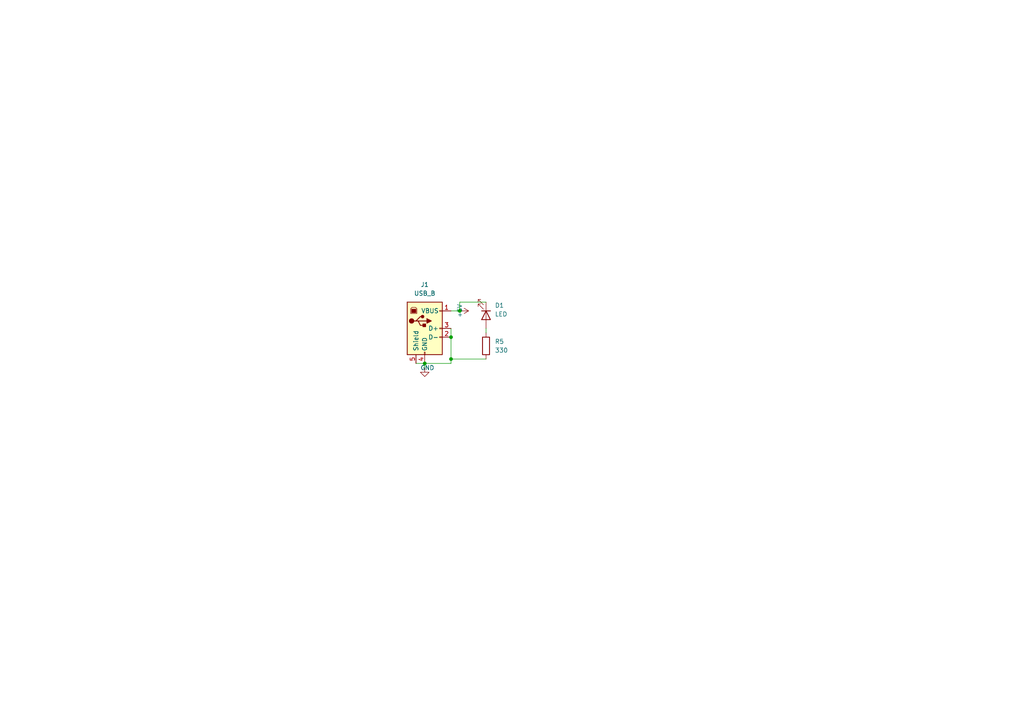
<source format=kicad_sch>
(kicad_sch (version 20211123) (generator eeschema)

  (uuid 87a54658-b61e-4ce5-9e81-34797593fd73)

  (paper "A4")

  (lib_symbols
    (symbol "Connector:USB_B" (pin_names (offset 1.016)) (in_bom yes) (on_board yes)
      (property "Reference" "J" (id 0) (at -5.08 11.43 0)
        (effects (font (size 1.27 1.27)) (justify left))
      )
      (property "Value" "USB_B" (id 1) (at -5.08 8.89 0)
        (effects (font (size 1.27 1.27)) (justify left))
      )
      (property "Footprint" "" (id 2) (at 3.81 -1.27 0)
        (effects (font (size 1.27 1.27)) hide)
      )
      (property "Datasheet" " ~" (id 3) (at 3.81 -1.27 0)
        (effects (font (size 1.27 1.27)) hide)
      )
      (property "ki_keywords" "connector USB" (id 4) (at 0 0 0)
        (effects (font (size 1.27 1.27)) hide)
      )
      (property "ki_description" "USB Type B connector" (id 5) (at 0 0 0)
        (effects (font (size 1.27 1.27)) hide)
      )
      (property "ki_fp_filters" "USB*" (id 6) (at 0 0 0)
        (effects (font (size 1.27 1.27)) hide)
      )
      (symbol "USB_B_0_1"
        (rectangle (start -5.08 -7.62) (end 5.08 7.62)
          (stroke (width 0.254) (type default) (color 0 0 0 0))
          (fill (type background))
        )
        (circle (center -3.81 2.159) (radius 0.635)
          (stroke (width 0.254) (type default) (color 0 0 0 0))
          (fill (type outline))
        )
        (rectangle (start -3.81 5.588) (end -2.54 4.572)
          (stroke (width 0) (type default) (color 0 0 0 0))
          (fill (type outline))
        )
        (circle (center -0.635 3.429) (radius 0.381)
          (stroke (width 0.254) (type default) (color 0 0 0 0))
          (fill (type outline))
        )
        (rectangle (start -0.127 -7.62) (end 0.127 -6.858)
          (stroke (width 0) (type default) (color 0 0 0 0))
          (fill (type none))
        )
        (polyline
          (pts
            (xy -1.905 2.159)
            (xy 0.635 2.159)
          )
          (stroke (width 0.254) (type default) (color 0 0 0 0))
          (fill (type none))
        )
        (polyline
          (pts
            (xy -3.175 2.159)
            (xy -2.54 2.159)
            (xy -1.27 3.429)
            (xy -0.635 3.429)
          )
          (stroke (width 0.254) (type default) (color 0 0 0 0))
          (fill (type none))
        )
        (polyline
          (pts
            (xy -2.54 2.159)
            (xy -1.905 2.159)
            (xy -1.27 0.889)
            (xy 0 0.889)
          )
          (stroke (width 0.254) (type default) (color 0 0 0 0))
          (fill (type none))
        )
        (polyline
          (pts
            (xy 0.635 2.794)
            (xy 0.635 1.524)
            (xy 1.905 2.159)
            (xy 0.635 2.794)
          )
          (stroke (width 0.254) (type default) (color 0 0 0 0))
          (fill (type outline))
        )
        (polyline
          (pts
            (xy -4.064 4.318)
            (xy -2.286 4.318)
            (xy -2.286 5.715)
            (xy -2.667 6.096)
            (xy -3.683 6.096)
            (xy -4.064 5.715)
            (xy -4.064 4.318)
          )
          (stroke (width 0) (type default) (color 0 0 0 0))
          (fill (type none))
        )
        (rectangle (start 0.254 1.27) (end -0.508 0.508)
          (stroke (width 0.254) (type default) (color 0 0 0 0))
          (fill (type outline))
        )
        (rectangle (start 5.08 -2.667) (end 4.318 -2.413)
          (stroke (width 0) (type default) (color 0 0 0 0))
          (fill (type none))
        )
        (rectangle (start 5.08 -0.127) (end 4.318 0.127)
          (stroke (width 0) (type default) (color 0 0 0 0))
          (fill (type none))
        )
        (rectangle (start 5.08 4.953) (end 4.318 5.207)
          (stroke (width 0) (type default) (color 0 0 0 0))
          (fill (type none))
        )
      )
      (symbol "USB_B_1_1"
        (pin power_out line (at 7.62 5.08 180) (length 2.54)
          (name "VBUS" (effects (font (size 1.27 1.27))))
          (number "1" (effects (font (size 1.27 1.27))))
        )
        (pin bidirectional line (at 7.62 -2.54 180) (length 2.54)
          (name "D-" (effects (font (size 1.27 1.27))))
          (number "2" (effects (font (size 1.27 1.27))))
        )
        (pin bidirectional line (at 7.62 0 180) (length 2.54)
          (name "D+" (effects (font (size 1.27 1.27))))
          (number "3" (effects (font (size 1.27 1.27))))
        )
        (pin power_out line (at 0 -10.16 90) (length 2.54)
          (name "GND" (effects (font (size 1.27 1.27))))
          (number "4" (effects (font (size 1.27 1.27))))
        )
        (pin passive line (at -2.54 -10.16 90) (length 2.54)
          (name "Shield" (effects (font (size 1.27 1.27))))
          (number "5" (effects (font (size 1.27 1.27))))
        )
      )
    )
    (symbol "Device:LED" (pin_numbers hide) (pin_names (offset 1.016) hide) (in_bom yes) (on_board yes)
      (property "Reference" "D" (id 0) (at 0 2.54 0)
        (effects (font (size 1.27 1.27)))
      )
      (property "Value" "LED" (id 1) (at 0 -2.54 0)
        (effects (font (size 1.27 1.27)))
      )
      (property "Footprint" "" (id 2) (at 0 0 0)
        (effects (font (size 1.27 1.27)) hide)
      )
      (property "Datasheet" "~" (id 3) (at 0 0 0)
        (effects (font (size 1.27 1.27)) hide)
      )
      (property "ki_keywords" "LED diode" (id 4) (at 0 0 0)
        (effects (font (size 1.27 1.27)) hide)
      )
      (property "ki_description" "Light emitting diode" (id 5) (at 0 0 0)
        (effects (font (size 1.27 1.27)) hide)
      )
      (property "ki_fp_filters" "LED* LED_SMD:* LED_THT:*" (id 6) (at 0 0 0)
        (effects (font (size 1.27 1.27)) hide)
      )
      (symbol "LED_0_1"
        (polyline
          (pts
            (xy -1.27 -1.27)
            (xy -1.27 1.27)
          )
          (stroke (width 0.254) (type default) (color 0 0 0 0))
          (fill (type none))
        )
        (polyline
          (pts
            (xy -1.27 0)
            (xy 1.27 0)
          )
          (stroke (width 0) (type default) (color 0 0 0 0))
          (fill (type none))
        )
        (polyline
          (pts
            (xy 1.27 -1.27)
            (xy 1.27 1.27)
            (xy -1.27 0)
            (xy 1.27 -1.27)
          )
          (stroke (width 0.254) (type default) (color 0 0 0 0))
          (fill (type none))
        )
        (polyline
          (pts
            (xy -3.048 -0.762)
            (xy -4.572 -2.286)
            (xy -3.81 -2.286)
            (xy -4.572 -2.286)
            (xy -4.572 -1.524)
          )
          (stroke (width 0) (type default) (color 0 0 0 0))
          (fill (type none))
        )
        (polyline
          (pts
            (xy -1.778 -0.762)
            (xy -3.302 -2.286)
            (xy -2.54 -2.286)
            (xy -3.302 -2.286)
            (xy -3.302 -1.524)
          )
          (stroke (width 0) (type default) (color 0 0 0 0))
          (fill (type none))
        )
      )
      (symbol "LED_1_1"
        (pin passive line (at -3.81 0 0) (length 2.54)
          (name "K" (effects (font (size 1.27 1.27))))
          (number "1" (effects (font (size 1.27 1.27))))
        )
        (pin passive line (at 3.81 0 180) (length 2.54)
          (name "A" (effects (font (size 1.27 1.27))))
          (number "2" (effects (font (size 1.27 1.27))))
        )
      )
    )
    (symbol "Device:R" (pin_numbers hide) (pin_names (offset 0)) (in_bom yes) (on_board yes)
      (property "Reference" "R" (id 0) (at 2.032 0 90)
        (effects (font (size 1.27 1.27)))
      )
      (property "Value" "R" (id 1) (at 0 0 90)
        (effects (font (size 1.27 1.27)))
      )
      (property "Footprint" "" (id 2) (at -1.778 0 90)
        (effects (font (size 1.27 1.27)) hide)
      )
      (property "Datasheet" "~" (id 3) (at 0 0 0)
        (effects (font (size 1.27 1.27)) hide)
      )
      (property "ki_keywords" "R res resistor" (id 4) (at 0 0 0)
        (effects (font (size 1.27 1.27)) hide)
      )
      (property "ki_description" "Resistor" (id 5) (at 0 0 0)
        (effects (font (size 1.27 1.27)) hide)
      )
      (property "ki_fp_filters" "R_*" (id 6) (at 0 0 0)
        (effects (font (size 1.27 1.27)) hide)
      )
      (symbol "R_0_1"
        (rectangle (start -1.016 -2.54) (end 1.016 2.54)
          (stroke (width 0.254) (type default) (color 0 0 0 0))
          (fill (type none))
        )
      )
      (symbol "R_1_1"
        (pin passive line (at 0 3.81 270) (length 1.27)
          (name "~" (effects (font (size 1.27 1.27))))
          (number "1" (effects (font (size 1.27 1.27))))
        )
        (pin passive line (at 0 -3.81 90) (length 1.27)
          (name "~" (effects (font (size 1.27 1.27))))
          (number "2" (effects (font (size 1.27 1.27))))
        )
      )
    )
    (symbol "power:+5V" (power) (pin_names (offset 0)) (in_bom yes) (on_board yes)
      (property "Reference" "#PWR" (id 0) (at 0 -3.81 0)
        (effects (font (size 1.27 1.27)) hide)
      )
      (property "Value" "+5V" (id 1) (at 0 3.556 0)
        (effects (font (size 1.27 1.27)))
      )
      (property "Footprint" "" (id 2) (at 0 0 0)
        (effects (font (size 1.27 1.27)) hide)
      )
      (property "Datasheet" "" (id 3) (at 0 0 0)
        (effects (font (size 1.27 1.27)) hide)
      )
      (property "ki_keywords" "power-flag" (id 4) (at 0 0 0)
        (effects (font (size 1.27 1.27)) hide)
      )
      (property "ki_description" "Power symbol creates a global label with name \"+5V\"" (id 5) (at 0 0 0)
        (effects (font (size 1.27 1.27)) hide)
      )
      (symbol "+5V_0_1"
        (polyline
          (pts
            (xy -0.762 1.27)
            (xy 0 2.54)
          )
          (stroke (width 0) (type default) (color 0 0 0 0))
          (fill (type none))
        )
        (polyline
          (pts
            (xy 0 0)
            (xy 0 2.54)
          )
          (stroke (width 0) (type default) (color 0 0 0 0))
          (fill (type none))
        )
        (polyline
          (pts
            (xy 0 2.54)
            (xy 0.762 1.27)
          )
          (stroke (width 0) (type default) (color 0 0 0 0))
          (fill (type none))
        )
      )
      (symbol "+5V_1_1"
        (pin power_in line (at 0 0 90) (length 0) hide
          (name "+5V" (effects (font (size 1.27 1.27))))
          (number "1" (effects (font (size 1.27 1.27))))
        )
      )
    )
    (symbol "power:GND" (power) (pin_names (offset 0)) (in_bom yes) (on_board yes)
      (property "Reference" "#PWR" (id 0) (at 0 -6.35 0)
        (effects (font (size 1.27 1.27)) hide)
      )
      (property "Value" "GND" (id 1) (at 0 -3.81 0)
        (effects (font (size 1.27 1.27)))
      )
      (property "Footprint" "" (id 2) (at 0 0 0)
        (effects (font (size 1.27 1.27)) hide)
      )
      (property "Datasheet" "" (id 3) (at 0 0 0)
        (effects (font (size 1.27 1.27)) hide)
      )
      (property "ki_keywords" "power-flag" (id 4) (at 0 0 0)
        (effects (font (size 1.27 1.27)) hide)
      )
      (property "ki_description" "Power symbol creates a global label with name \"GND\" , ground" (id 5) (at 0 0 0)
        (effects (font (size 1.27 1.27)) hide)
      )
      (symbol "GND_0_1"
        (polyline
          (pts
            (xy 0 0)
            (xy 0 -1.27)
            (xy 1.27 -1.27)
            (xy 0 -2.54)
            (xy -1.27 -1.27)
            (xy 0 -1.27)
          )
          (stroke (width 0) (type default) (color 0 0 0 0))
          (fill (type none))
        )
      )
      (symbol "GND_1_1"
        (pin power_in line (at 0 0 270) (length 0) hide
          (name "GND" (effects (font (size 1.27 1.27))))
          (number "1" (effects (font (size 1.27 1.27))))
        )
      )
    )
  )

  (junction (at 130.81 104.14) (diameter 0) (color 0 0 0 0)
    (uuid 011529d1-d7a5-4e53-97fd-7a25f41a78a0)
  )
  (junction (at 123.19 105.41) (diameter 0) (color 0 0 0 0)
    (uuid 34e8d44f-9e03-46b5-8844-0640c6ac93b2)
  )
  (junction (at 130.81 97.79) (diameter 0) (color 0 0 0 0)
    (uuid 56c9de41-d6df-42a8-8625-3b0c5b5fc223)
  )
  (junction (at 133.35 90.17) (diameter 0) (color 0 0 0 0)
    (uuid 8efd8bf2-a8d7-40e9-9a4f-2592fcdd855d)
  )

  (wire (pts (xy 130.81 95.25) (xy 130.81 97.79))
    (stroke (width 0) (type default) (color 0 0 0 0))
    (uuid 0c937cfd-2913-4c26-8791-a63cb2fcb1a5)
  )
  (wire (pts (xy 130.81 97.79) (xy 130.81 104.14))
    (stroke (width 0) (type default) (color 0 0 0 0))
    (uuid 1347dff9-b35e-4e15-a815-02b2bceda8bc)
  )
  (wire (pts (xy 130.81 105.41) (xy 123.19 105.41))
    (stroke (width 0) (type default) (color 0 0 0 0))
    (uuid 45d16657-8ad1-47a7-9246-7e8f568a2a3b)
  )
  (wire (pts (xy 130.81 90.17) (xy 133.35 90.17))
    (stroke (width 0) (type default) (color 0 0 0 0))
    (uuid 480e80dd-845d-4bbd-81fc-e850ca4b24f2)
  )
  (wire (pts (xy 130.81 104.14) (xy 140.97 104.14))
    (stroke (width 0) (type default) (color 0 0 0 0))
    (uuid 71ccaae6-6fcc-41ff-b41d-98e79bf98e1e)
  )
  (wire (pts (xy 130.81 104.14) (xy 130.81 105.41))
    (stroke (width 0) (type default) (color 0 0 0 0))
    (uuid 7aeb375b-0194-4fd1-b614-a13b96a9e272)
  )
  (wire (pts (xy 140.97 87.63) (xy 133.35 87.63))
    (stroke (width 0) (type default) (color 0 0 0 0))
    (uuid 9aac70b3-e19c-41f2-aa37-265860a268f8)
  )
  (wire (pts (xy 120.65 105.41) (xy 123.19 105.41))
    (stroke (width 0) (type default) (color 0 0 0 0))
    (uuid a1916908-3365-4765-9be5-63d4ff4ca10c)
  )
  (wire (pts (xy 123.19 105.41) (xy 123.19 106.68))
    (stroke (width 0) (type default) (color 0 0 0 0))
    (uuid f9cb3fae-156b-4f38-a5ff-64c68acd6c8c)
  )
  (wire (pts (xy 133.35 87.63) (xy 133.35 90.17))
    (stroke (width 0) (type default) (color 0 0 0 0))
    (uuid fd0ec028-600c-48d2-81e8-afa9bd69707c)
  )
  (wire (pts (xy 140.97 95.25) (xy 140.97 96.52))
    (stroke (width 0) (type default) (color 0 0 0 0))
    (uuid fee6ada3-4194-4b48-ab47-cddc0eff3528)
  )

  (symbol (lib_id "Device:LED") (at 140.97 91.44 270) (unit 1)
    (in_bom yes) (on_board yes) (fields_autoplaced)
    (uuid 07d93f5c-89c8-4ecd-902a-dd84ff6f62c2)
    (property "Reference" "D1" (id 0) (at 143.51 88.5824 90)
      (effects (font (size 1.27 1.27)) (justify left))
    )
    (property "Value" "LED" (id 1) (at 143.51 91.1224 90)
      (effects (font (size 1.27 1.27)) (justify left))
    )
    (property "Footprint" "LED_THT:LED_D5.0mm" (id 2) (at 140.97 91.44 0)
      (effects (font (size 1.27 1.27)) hide)
    )
    (property "Datasheet" "~" (id 3) (at 140.97 91.44 0)
      (effects (font (size 1.27 1.27)) hide)
    )
    (pin "1" (uuid 58d28048-deb6-425d-aeef-ac3c6779a033))
    (pin "2" (uuid 38b6f19f-df6b-4c53-98e1-2eedf35b35fa))
  )

  (symbol (lib_id "Device:R") (at 140.97 100.33 180) (unit 1)
    (in_bom yes) (on_board yes) (fields_autoplaced)
    (uuid 1d0df8c2-122c-48a8-9571-11ed6c131eb6)
    (property "Reference" "R5" (id 0) (at 143.51 99.0599 0)
      (effects (font (size 1.27 1.27)) (justify right))
    )
    (property "Value" "330" (id 1) (at 143.51 101.5999 0)
      (effects (font (size 1.27 1.27)) (justify right))
    )
    (property "Footprint" "Resistor_THT:R_Axial_DIN0204_L3.6mm_D1.6mm_P5.08mm_Horizontal" (id 2) (at 142.748 100.33 90)
      (effects (font (size 1.27 1.27)) hide)
    )
    (property "Datasheet" "~" (id 3) (at 140.97 100.33 0)
      (effects (font (size 1.27 1.27)) hide)
    )
    (pin "1" (uuid fb5bc65a-1aa0-4886-a54b-503f629be284))
    (pin "2" (uuid cbbaa0c4-5ec6-4349-b82a-435d14fd17fe))
  )

  (symbol (lib_id "Connector:USB_B") (at 123.19 95.25 0) (unit 1)
    (in_bom yes) (on_board yes) (fields_autoplaced)
    (uuid 3742f675-6a4f-48bd-9cdc-c1b2e13ffa5c)
    (property "Reference" "J1" (id 0) (at 123.19 82.55 0))
    (property "Value" "USB_B" (id 1) (at 123.19 85.09 0))
    (property "Footprint" "Connector_USB:USB_B_Lumberg_2411_02_Horizontal" (id 2) (at 127 96.52 0)
      (effects (font (size 1.27 1.27)) hide)
    )
    (property "Datasheet" " ~" (id 3) (at 127 96.52 0)
      (effects (font (size 1.27 1.27)) hide)
    )
    (pin "1" (uuid c45fae3c-9649-4869-b81c-2484cc669ad4))
    (pin "2" (uuid b289d48e-3302-46b8-b5cc-259beed4cc59))
    (pin "3" (uuid 42150296-c9e3-4a04-bc15-f2f83ca23623))
    (pin "4" (uuid e843a580-5218-4792-8f1e-6274250a2cf7))
    (pin "5" (uuid 94136b42-e6b6-41c3-9a37-149fdd0c5ecf))
  )

  (symbol (lib_id "power:+5V") (at 133.35 90.17 270) (unit 1)
    (in_bom yes) (on_board yes)
    (uuid 533e27c1-f10b-428e-8453-090f7f78291c)
    (property "Reference" "#PWR019" (id 0) (at 129.54 90.17 0)
      (effects (font (size 1.27 1.27)) hide)
    )
    (property "Value" "+5V" (id 1) (at 133.35 90.17 0))
    (property "Footprint" "" (id 2) (at 133.35 90.17 0)
      (effects (font (size 1.27 1.27)) hide)
    )
    (property "Datasheet" "" (id 3) (at 133.35 90.17 0)
      (effects (font (size 1.27 1.27)) hide)
    )
    (pin "1" (uuid 61f86c8b-6442-44ec-bf24-e0a1a27c9211))
  )

  (symbol (lib_id "power:GND") (at 123.19 106.68 0) (unit 1)
    (in_bom yes) (on_board yes)
    (uuid 72f752f6-3b68-473b-9410-561e8a0c690e)
    (property "Reference" "#PWR018" (id 0) (at 123.19 113.03 0)
      (effects (font (size 1.27 1.27)) hide)
    )
    (property "Value" "GND" (id 1) (at 121.92 106.68 0)
      (effects (font (size 1.27 1.27)) (justify left))
    )
    (property "Footprint" "" (id 2) (at 123.19 106.68 0)
      (effects (font (size 1.27 1.27)) hide)
    )
    (property "Datasheet" "" (id 3) (at 123.19 106.68 0)
      (effects (font (size 1.27 1.27)) hide)
    )
    (pin "1" (uuid 11c470ff-127a-4df0-a4f8-55c3c71a2931))
  )
)

</source>
